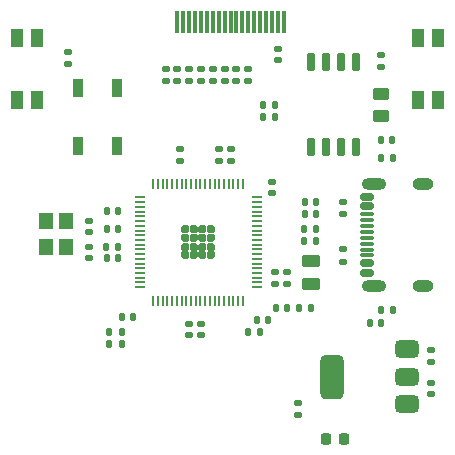
<source format=gbr>
%TF.GenerationSoftware,KiCad,Pcbnew,8.0.6*%
%TF.CreationDate,2025-04-24T20:36:05+02:00*%
%TF.ProjectId,Picroscope,50696372-6f73-4636-9f70-652e6b696361,rev?*%
%TF.SameCoordinates,Original*%
%TF.FileFunction,Paste,Top*%
%TF.FilePolarity,Positive*%
%FSLAX46Y46*%
G04 Gerber Fmt 4.6, Leading zero omitted, Abs format (unit mm)*
G04 Created by KiCad (PCBNEW 8.0.6) date 2025-04-24 20:36:05*
%MOMM*%
%LPD*%
G01*
G04 APERTURE LIST*
G04 Aperture macros list*
%AMRoundRect*
0 Rectangle with rounded corners*
0 $1 Rounding radius*
0 $2 $3 $4 $5 $6 $7 $8 $9 X,Y pos of 4 corners*
0 Add a 4 corners polygon primitive as box body*
4,1,4,$2,$3,$4,$5,$6,$7,$8,$9,$2,$3,0*
0 Add four circle primitives for the rounded corners*
1,1,$1+$1,$2,$3*
1,1,$1+$1,$4,$5*
1,1,$1+$1,$6,$7*
1,1,$1+$1,$8,$9*
0 Add four rect primitives between the rounded corners*
20,1,$1+$1,$2,$3,$4,$5,0*
20,1,$1+$1,$4,$5,$6,$7,0*
20,1,$1+$1,$6,$7,$8,$9,0*
20,1,$1+$1,$8,$9,$2,$3,0*%
%AMFreePoly0*
4,1,19,0.252748,0.308718,0.308718,0.252748,0.329204,0.176292,0.329204,-0.176292,0.308718,-0.252748,0.252748,-0.308718,0.176292,-0.329204,-0.176292,-0.329204,-0.252748,-0.308718,-0.308718,-0.252748,-0.329204,-0.176292,-0.329204,0.049616,-0.308718,0.126072,-0.284417,0.157741,-0.157741,0.284417,-0.089193,0.323994,-0.049616,0.329204,0.176292,0.329204,0.252748,0.308718,0.252748,0.308718,
$1*%
%AMFreePoly1*
4,1,19,0.252748,0.308718,0.308718,0.252748,0.329204,0.176292,0.329204,-0.176292,0.308718,-0.252748,0.252748,-0.308718,0.176292,-0.329204,-0.049616,-0.329204,-0.126072,-0.308718,-0.157741,-0.284417,-0.284417,-0.157741,-0.323994,-0.089193,-0.329204,-0.049616,-0.329204,0.176292,-0.308718,0.252748,-0.252748,0.308718,-0.176292,0.329204,0.176292,0.329204,0.252748,0.308718,0.252748,0.308718,
$1*%
%AMFreePoly2*
4,1,19,0.126072,0.308718,0.157741,0.284417,0.284417,0.157741,0.323994,0.089193,0.329204,0.049616,0.329204,-0.176292,0.308718,-0.252748,0.252748,-0.308718,0.176292,-0.329204,-0.176292,-0.329204,-0.252748,-0.308718,-0.308718,-0.252748,-0.329204,-0.176292,-0.329204,0.176292,-0.308718,0.252748,-0.252748,0.308718,-0.176292,0.329204,0.049616,0.329204,0.126072,0.308718,0.126072,0.308718,
$1*%
%AMFreePoly3*
4,1,19,0.252748,0.308718,0.308718,0.252748,0.329204,0.176292,0.329204,-0.049616,0.308718,-0.126072,0.284417,-0.157741,0.157741,-0.284417,0.089193,-0.323994,0.049616,-0.329204,-0.176292,-0.329204,-0.252748,-0.308718,-0.308718,-0.252748,-0.329204,-0.176292,-0.329204,0.176292,-0.308718,0.252748,-0.252748,0.308718,-0.176292,0.329204,0.176292,0.329204,0.252748,0.308718,0.252748,0.308718,
$1*%
G04 Aperture macros list end*
%ADD10RoundRect,0.250000X0.450000X-0.262500X0.450000X0.262500X-0.450000X0.262500X-0.450000X-0.262500X0*%
%ADD11RoundRect,0.140000X-0.140000X-0.170000X0.140000X-0.170000X0.140000X0.170000X-0.140000X0.170000X0*%
%ADD12RoundRect,0.140000X-0.170000X0.140000X-0.170000X-0.140000X0.170000X-0.140000X0.170000X0.140000X0*%
%ADD13RoundRect,0.135000X0.185000X-0.135000X0.185000X0.135000X-0.185000X0.135000X-0.185000X-0.135000X0*%
%ADD14FreePoly0,270.000000*%
%ADD15FreePoly1,270.000000*%
%ADD16FreePoly2,270.000000*%
%ADD17FreePoly3,270.000000*%
%ADD18RoundRect,0.050000X-0.050000X0.350000X-0.050000X-0.350000X0.050000X-0.350000X0.050000X0.350000X0*%
%ADD19RoundRect,0.050000X-0.350000X0.050000X-0.350000X-0.050000X0.350000X-0.050000X0.350000X0.050000X0*%
%ADD20RoundRect,0.135000X0.135000X0.185000X-0.135000X0.185000X-0.135000X-0.185000X0.135000X-0.185000X0*%
%ADD21RoundRect,0.375000X0.625000X0.375000X-0.625000X0.375000X-0.625000X-0.375000X0.625000X-0.375000X0*%
%ADD22RoundRect,0.500000X0.500000X1.400000X-0.500000X1.400000X-0.500000X-1.400000X0.500000X-1.400000X0*%
%ADD23RoundRect,0.140000X0.140000X0.170000X-0.140000X0.170000X-0.140000X-0.170000X0.140000X-0.170000X0*%
%ADD24RoundRect,0.150000X-0.150000X0.650000X-0.150000X-0.650000X0.150000X-0.650000X0.150000X0.650000X0*%
%ADD25RoundRect,0.135000X-0.135000X-0.185000X0.135000X-0.185000X0.135000X0.185000X-0.135000X0.185000X0*%
%ADD26RoundRect,0.135000X-0.185000X0.135000X-0.185000X-0.135000X0.185000X-0.135000X0.185000X0.135000X0*%
%ADD27RoundRect,0.140000X0.170000X-0.140000X0.170000X0.140000X-0.170000X0.140000X-0.170000X-0.140000X0*%
%ADD28R,0.300000X1.900000*%
%ADD29R,1.000000X1.550000*%
%ADD30RoundRect,0.150000X0.425000X-0.150000X0.425000X0.150000X-0.425000X0.150000X-0.425000X-0.150000X0*%
%ADD31RoundRect,0.075000X0.500000X-0.075000X0.500000X0.075000X-0.500000X0.075000X-0.500000X-0.075000X0*%
%ADD32O,2.100000X1.000000*%
%ADD33O,1.800000X1.000000*%
%ADD34RoundRect,0.090000X0.360000X-0.660000X0.360000X0.660000X-0.360000X0.660000X-0.360000X-0.660000X0*%
%ADD35RoundRect,0.250000X-0.550000X-0.250000X0.550000X-0.250000X0.550000X0.250000X-0.550000X0.250000X0*%
%ADD36RoundRect,0.218750X0.218750X0.256250X-0.218750X0.256250X-0.218750X-0.256250X0.218750X-0.256250X0*%
%ADD37R,1.200000X1.400000*%
G04 APERTURE END LIST*
D10*
%TO.C,R2*%
X152500000Y-85912500D03*
X152500000Y-84087500D03*
%TD*%
D11*
%TO.C,C24*%
X142000000Y-103250000D03*
X142960000Y-103250000D03*
%TD*%
D12*
%TO.C,C3*%
X144541118Y-99175483D03*
X144541118Y-100135483D03*
%TD*%
D13*
%TO.C,R15*%
X137250000Y-83009999D03*
X137250000Y-81990001D03*
%TD*%
%TO.C,R12*%
X134250000Y-83009999D03*
X134250000Y-81990001D03*
%TD*%
D14*
%TO.C,U1*%
X138087500Y-95550000D03*
D15*
X137362500Y-95550000D03*
D14*
X136637500Y-95550000D03*
D15*
X135912500Y-95550000D03*
D16*
X138087500Y-96275000D03*
D17*
X137362500Y-96275000D03*
D16*
X136637500Y-96275000D03*
D17*
X135912500Y-96275000D03*
D14*
X138087500Y-97000000D03*
D15*
X137362500Y-97000000D03*
D14*
X136637500Y-97000000D03*
D15*
X135912500Y-97000000D03*
D16*
X138087500Y-97725000D03*
D17*
X137362500Y-97725000D03*
D16*
X136637500Y-97725000D03*
D17*
X135912500Y-97725000D03*
D18*
X140800000Y-91687500D03*
X140400000Y-91687499D03*
X140000000Y-91687500D03*
X139600000Y-91687500D03*
X139199999Y-91687500D03*
X138800000Y-91687500D03*
X138400000Y-91687500D03*
X138000000Y-91687500D03*
X137600001Y-91687500D03*
X137200000Y-91687500D03*
X136800000Y-91687500D03*
X136399999Y-91687500D03*
X136000000Y-91687500D03*
X135600000Y-91687500D03*
X135200000Y-91687500D03*
X134800001Y-91687500D03*
X134400000Y-91687500D03*
X134000000Y-91687500D03*
X133600000Y-91687499D03*
X133200000Y-91687500D03*
D19*
X132050000Y-92837500D03*
X132049999Y-93237500D03*
X132050000Y-93637500D03*
X132050000Y-94037500D03*
X132050000Y-94437501D03*
X132050000Y-94837500D03*
X132050000Y-95237500D03*
X132050000Y-95637500D03*
X132050000Y-96037499D03*
X132050000Y-96437500D03*
X132050000Y-96837500D03*
X132050000Y-97237501D03*
X132050000Y-97637500D03*
X132050000Y-98037500D03*
X132050000Y-98437500D03*
X132050000Y-98837499D03*
X132050000Y-99237500D03*
X132050000Y-99637500D03*
X132049999Y-100037500D03*
X132050000Y-100437500D03*
D18*
X133200000Y-101587500D03*
X133600000Y-101587501D03*
X134000000Y-101587500D03*
X134400000Y-101587500D03*
X134800001Y-101587500D03*
X135200000Y-101587500D03*
X135600000Y-101587500D03*
X136000000Y-101587500D03*
X136399999Y-101587500D03*
X136800000Y-101587500D03*
X137200000Y-101587500D03*
X137600001Y-101587500D03*
X138000000Y-101587500D03*
X138400000Y-101587500D03*
X138800000Y-101587500D03*
X139199999Y-101587500D03*
X139600000Y-101587500D03*
X140000000Y-101587500D03*
X140400000Y-101587501D03*
X140800000Y-101587500D03*
D19*
X141950000Y-100437500D03*
X141950001Y-100037500D03*
X141950000Y-99637500D03*
X141950000Y-99237500D03*
X141950000Y-98837499D03*
X141950000Y-98437500D03*
X141950000Y-98037500D03*
X141950000Y-97637500D03*
X141950000Y-97237501D03*
X141950000Y-96837500D03*
X141950000Y-96437500D03*
X141950000Y-96037499D03*
X141950000Y-95637500D03*
X141950000Y-95237500D03*
X141950000Y-94837500D03*
X141950000Y-94437501D03*
X141950000Y-94037500D03*
X141950000Y-93637500D03*
X141950001Y-93237500D03*
X141950000Y-92837500D03*
%TD*%
D11*
%TO.C,C15*%
X146020000Y-93250000D03*
X146980000Y-93250000D03*
%TD*%
D13*
%TO.C,R19*%
X141250000Y-83009999D03*
X141250000Y-81990001D03*
%TD*%
D20*
%TO.C,R1*%
X146551117Y-102175483D03*
X145531119Y-102175483D03*
%TD*%
D21*
%TO.C,U3*%
X154650000Y-110300000D03*
X154649999Y-108000000D03*
D22*
X148350001Y-108000000D03*
D21*
X154650000Y-105700000D03*
%TD*%
D12*
%TO.C,C10*%
X156750000Y-108520000D03*
X156750000Y-109480000D03*
%TD*%
D23*
%TO.C,C1*%
X144521118Y-102175483D03*
X143561118Y-102175483D03*
%TD*%
D24*
%TO.C,U2*%
X150405000Y-81400000D03*
X149135000Y-81400000D03*
X147865000Y-81400000D03*
X146595000Y-81400000D03*
X146595000Y-88600000D03*
X147865000Y-88600000D03*
X149135000Y-88600000D03*
X150405000Y-88600000D03*
%TD*%
D25*
%TO.C,R7*%
X145990000Y-96500000D03*
X147010000Y-96500000D03*
%TD*%
D13*
%TO.C,R13*%
X135250000Y-83009999D03*
X135250000Y-81990001D03*
%TD*%
D23*
%TO.C,C22*%
X131480000Y-103000000D03*
X130520000Y-103000000D03*
%TD*%
%TO.C,C21*%
X130230000Y-94000000D03*
X129270000Y-94000000D03*
%TD*%
D11*
%TO.C,C25*%
X141250000Y-104250000D03*
X142210000Y-104250000D03*
%TD*%
D26*
%TO.C,R9*%
X149250000Y-93250000D03*
X149250000Y-94269998D03*
%TD*%
D23*
%TO.C,C20*%
X130230000Y-95500000D03*
X129270000Y-95500000D03*
%TD*%
D27*
%TO.C,C13*%
X138750000Y-89730000D03*
X138750000Y-88770000D03*
%TD*%
D12*
%TO.C,C17*%
X136250000Y-103520000D03*
X136250000Y-104480000D03*
%TD*%
%TO.C,C5*%
X127750000Y-94790000D03*
X127750000Y-95750000D03*
%TD*%
D13*
%TO.C,R18*%
X140250000Y-83009999D03*
X140250000Y-81990001D03*
%TD*%
D28*
%TO.C,J3*%
X135250000Y-78000000D03*
X135750000Y-78000000D03*
X136250000Y-77999999D03*
X136750000Y-78000000D03*
X137250000Y-78000000D03*
X137750000Y-78000000D03*
X138250000Y-78000000D03*
X138750000Y-77999999D03*
X139250000Y-78000000D03*
X139750000Y-78000000D03*
X140250000Y-78000000D03*
X140750000Y-78000000D03*
X141250000Y-77999999D03*
X141750000Y-78000000D03*
X142250000Y-78000000D03*
X142750000Y-78000000D03*
X143250000Y-78000000D03*
X143750000Y-77999999D03*
X144250000Y-78000000D03*
%TD*%
D13*
%TO.C,R16*%
X138250000Y-83009999D03*
X138250000Y-81990001D03*
%TD*%
D12*
%TO.C,C8*%
X156750000Y-105770000D03*
X156750000Y-106730000D03*
%TD*%
D13*
%TO.C,R4*%
X126000000Y-81509999D03*
X126000000Y-80490001D03*
%TD*%
D27*
%TO.C,C19*%
X139750000Y-89730000D03*
X139750000Y-88770000D03*
%TD*%
D11*
%TO.C,C14*%
X146020000Y-94250000D03*
X146980000Y-94250000D03*
%TD*%
D20*
%TO.C,R20*%
X143519998Y-86000000D03*
X142500000Y-86000000D03*
%TD*%
%TO.C,R23*%
X130519998Y-105250000D03*
X129500000Y-105250000D03*
%TD*%
D11*
%TO.C,C4*%
X152500000Y-88000000D03*
X153460000Y-88000000D03*
%TD*%
D20*
%TO.C,R22*%
X130519998Y-104250000D03*
X129500000Y-104250000D03*
%TD*%
D27*
%TO.C,C6*%
X127750000Y-97980000D03*
X127750000Y-97020000D03*
%TD*%
D25*
%TO.C,R6*%
X145990000Y-95500000D03*
X147010000Y-95500000D03*
%TD*%
D29*
%TO.C,SW2*%
X121650000Y-84625000D03*
X121650000Y-79375000D03*
X123350000Y-84625000D03*
X123350000Y-79375000D03*
%TD*%
D12*
%TO.C,C11*%
X137250000Y-103520000D03*
X137250000Y-104480000D03*
%TD*%
D20*
%TO.C,R10*%
X153509999Y-89500000D03*
X152490001Y-89500000D03*
%TD*%
D13*
%TO.C,R17*%
X139250000Y-83009999D03*
X139250000Y-81990001D03*
%TD*%
D29*
%TO.C,SW1*%
X157350000Y-79375000D03*
X157350000Y-84625000D03*
X155650000Y-79375000D03*
X155650000Y-84625000D03*
%TD*%
D13*
%TO.C,R8*%
X149250000Y-98259999D03*
X149250000Y-97240001D03*
%TD*%
D30*
%TO.C,J1*%
X151320000Y-99200000D03*
X151320000Y-98400000D03*
D31*
X151320001Y-97250000D03*
X151320000Y-96250000D03*
X151320000Y-95750000D03*
X151320001Y-94750000D03*
D30*
X151320000Y-93600000D03*
X151320000Y-92800000D03*
X151320000Y-92800000D03*
X151320000Y-93600000D03*
D31*
X151320000Y-94250000D03*
X151320000Y-95250000D03*
X151320000Y-96750000D03*
X151320000Y-97750000D03*
D30*
X151320000Y-98400000D03*
X151320000Y-99200000D03*
D32*
X151895000Y-100320000D03*
D33*
X156075000Y-100320000D03*
D32*
X151895000Y-91680000D03*
D33*
X156075000Y-91680000D03*
%TD*%
D13*
%TO.C,R14*%
X136250000Y-83009999D03*
X136250000Y-81990001D03*
%TD*%
D20*
%TO.C,R5*%
X130259999Y-97000000D03*
X129240001Y-97000000D03*
%TD*%
D27*
%TO.C,C16*%
X143250000Y-92480000D03*
X143250000Y-91520000D03*
%TD*%
D23*
%TO.C,C12*%
X130230000Y-98000000D03*
X129270000Y-98000000D03*
%TD*%
D13*
%TO.C,R11*%
X145500000Y-111259999D03*
X145500000Y-110240001D03*
%TD*%
D34*
%TO.C,D2*%
X126850000Y-88450000D03*
X130150000Y-88450000D03*
X130150000Y-83550000D03*
X126850000Y-83550000D03*
%TD*%
D12*
%TO.C,C2*%
X143541118Y-99175483D03*
X143541118Y-100135483D03*
%TD*%
D35*
%TO.C,L1*%
X146541118Y-98175483D03*
X146541118Y-100175483D03*
%TD*%
D27*
%TO.C,C23*%
X143750000Y-81230000D03*
X143750000Y-80270000D03*
%TD*%
D11*
%TO.C,C7*%
X152520000Y-102400000D03*
X153480000Y-102400000D03*
%TD*%
D36*
%TO.C,D1*%
X149387501Y-113250000D03*
X147812499Y-113250000D03*
%TD*%
D11*
%TO.C,C9*%
X151520000Y-103500000D03*
X152480000Y-103500000D03*
%TD*%
D37*
%TO.C,Y1*%
X125850000Y-97000000D03*
X125850000Y-94800000D03*
X124150000Y-94800000D03*
X124150000Y-97000000D03*
%TD*%
D13*
%TO.C,R3*%
X152500000Y-81759999D03*
X152500000Y-80740001D03*
%TD*%
D27*
%TO.C,C18*%
X135500000Y-89730000D03*
X135500000Y-88770000D03*
%TD*%
D20*
%TO.C,R21*%
X143519998Y-85000000D03*
X142500000Y-85000000D03*
%TD*%
M02*

</source>
